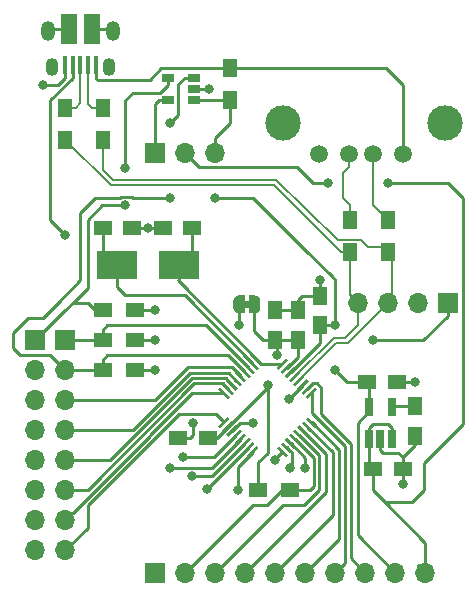
<source format=gtl>
G04 #@! TF.GenerationSoftware,KiCad,Pcbnew,5.1.5*
G04 #@! TF.CreationDate,2020-02-24T18:37:19+03:00*
G04 #@! TF.ProjectId,max3421eboard,6d617833-3432-4316-9562-6f6172642e6b,rev?*
G04 #@! TF.SameCoordinates,PXf42400PY2bde780*
G04 #@! TF.FileFunction,Copper,L1,Top*
G04 #@! TF.FilePolarity,Positive*
%FSLAX46Y46*%
G04 Gerber Fmt 4.6, Leading zero omitted, Abs format (unit mm)*
G04 Created by KiCad (PCBNEW 5.1.5) date 2020-02-24 18:37:19*
%MOMM*%
%LPD*%
G04 APERTURE LIST*
%ADD10C,0.100000*%
%ADD11R,1.250000X1.500000*%
%ADD12R,1.300000X1.500000*%
%ADD13C,1.500000*%
%ADD14C,3.000000*%
%ADD15R,1.500000X1.250000*%
%ADD16R,0.400000X1.650000*%
%ADD17O,1.100000X1.500000*%
%ADD18O,1.200000X1.700000*%
%ADD19R,1.430000X2.500000*%
%ADD20R,1.700000X1.700000*%
%ADD21O,1.700000X1.700000*%
%ADD22R,3.500000X2.400000*%
%ADD23R,0.650000X1.560000*%
%ADD24R,1.500000X1.300000*%
%ADD25R,1.060000X0.650000*%
%ADD26C,0.800000*%
%ADD27C,0.250000*%
%ADD28C,0.200000*%
G04 APERTURE END LIST*
D10*
G36*
X21312000Y-24582000D02*
G01*
X20812000Y-24582000D01*
X20812000Y-25182000D01*
X21312000Y-25182000D01*
X21312000Y-24582000D01*
G37*
D11*
X23475000Y-27910000D03*
X23475000Y-25410000D03*
G04 #@! TA.AperFunction,SMDPad,CuDef*
D10*
G36*
X19441998Y-32901477D02*
G01*
X18633775Y-32093254D01*
X18813380Y-31913649D01*
X19621603Y-32721872D01*
X19441998Y-32901477D01*
G37*
G04 #@! TD.AperFunction*
G04 #@! TA.AperFunction,SMDPad,CuDef*
G36*
X19795552Y-32547924D02*
G01*
X18987329Y-31739701D01*
X19166934Y-31560096D01*
X19975157Y-32368319D01*
X19795552Y-32547924D01*
G37*
G04 #@! TD.AperFunction*
G04 #@! TA.AperFunction,SMDPad,CuDef*
G36*
X20149105Y-32194370D02*
G01*
X19340882Y-31386147D01*
X19520487Y-31206542D01*
X20328710Y-32014765D01*
X20149105Y-32194370D01*
G37*
G04 #@! TD.AperFunction*
G04 #@! TA.AperFunction,SMDPad,CuDef*
G36*
X20502659Y-31840817D02*
G01*
X19694436Y-31032594D01*
X19874041Y-30852989D01*
X20682264Y-31661212D01*
X20502659Y-31840817D01*
G37*
G04 #@! TD.AperFunction*
G04 #@! TA.AperFunction,SMDPad,CuDef*
G36*
X20856212Y-31487264D02*
G01*
X20047989Y-30679041D01*
X20227594Y-30499436D01*
X21035817Y-31307659D01*
X20856212Y-31487264D01*
G37*
G04 #@! TD.AperFunction*
G04 #@! TA.AperFunction,SMDPad,CuDef*
G36*
X21209765Y-31133710D02*
G01*
X20401542Y-30325487D01*
X20581147Y-30145882D01*
X21389370Y-30954105D01*
X21209765Y-31133710D01*
G37*
G04 #@! TD.AperFunction*
G04 #@! TA.AperFunction,SMDPad,CuDef*
G36*
X21563319Y-30780157D02*
G01*
X20755096Y-29971934D01*
X20934701Y-29792329D01*
X21742924Y-30600552D01*
X21563319Y-30780157D01*
G37*
G04 #@! TD.AperFunction*
G04 #@! TA.AperFunction,SMDPad,CuDef*
G36*
X21916872Y-30426603D02*
G01*
X21108649Y-29618380D01*
X21288254Y-29438775D01*
X22096477Y-30246998D01*
X21916872Y-30426603D01*
G37*
G04 #@! TD.AperFunction*
G04 #@! TA.AperFunction,SMDPad,CuDef*
G36*
X23763128Y-30426603D02*
G01*
X23583523Y-30246998D01*
X24391746Y-29438775D01*
X24571351Y-29618380D01*
X23763128Y-30426603D01*
G37*
G04 #@! TD.AperFunction*
G04 #@! TA.AperFunction,SMDPad,CuDef*
G36*
X24116681Y-30780157D02*
G01*
X23937076Y-30600552D01*
X24745299Y-29792329D01*
X24924904Y-29971934D01*
X24116681Y-30780157D01*
G37*
G04 #@! TD.AperFunction*
G04 #@! TA.AperFunction,SMDPad,CuDef*
G36*
X24470235Y-31133710D02*
G01*
X24290630Y-30954105D01*
X25098853Y-30145882D01*
X25278458Y-30325487D01*
X24470235Y-31133710D01*
G37*
G04 #@! TD.AperFunction*
G04 #@! TA.AperFunction,SMDPad,CuDef*
G36*
X24823788Y-31487264D02*
G01*
X24644183Y-31307659D01*
X25452406Y-30499436D01*
X25632011Y-30679041D01*
X24823788Y-31487264D01*
G37*
G04 #@! TD.AperFunction*
G04 #@! TA.AperFunction,SMDPad,CuDef*
G36*
X25177341Y-31840817D02*
G01*
X24997736Y-31661212D01*
X25805959Y-30852989D01*
X25985564Y-31032594D01*
X25177341Y-31840817D01*
G37*
G04 #@! TD.AperFunction*
G04 #@! TA.AperFunction,SMDPad,CuDef*
G36*
X25530895Y-32194370D02*
G01*
X25351290Y-32014765D01*
X26159513Y-31206542D01*
X26339118Y-31386147D01*
X25530895Y-32194370D01*
G37*
G04 #@! TD.AperFunction*
G04 #@! TA.AperFunction,SMDPad,CuDef*
G36*
X25884448Y-32547924D02*
G01*
X25704843Y-32368319D01*
X26513066Y-31560096D01*
X26692671Y-31739701D01*
X25884448Y-32547924D01*
G37*
G04 #@! TD.AperFunction*
G04 #@! TA.AperFunction,SMDPad,CuDef*
G36*
X26238002Y-32901477D02*
G01*
X26058397Y-32721872D01*
X26866620Y-31913649D01*
X27046225Y-32093254D01*
X26238002Y-32901477D01*
G37*
G04 #@! TD.AperFunction*
G04 #@! TA.AperFunction,SMDPad,CuDef*
G36*
X26866620Y-35376351D02*
G01*
X26058397Y-34568128D01*
X26238002Y-34388523D01*
X27046225Y-35196746D01*
X26866620Y-35376351D01*
G37*
G04 #@! TD.AperFunction*
G04 #@! TA.AperFunction,SMDPad,CuDef*
G36*
X26513066Y-35729904D02*
G01*
X25704843Y-34921681D01*
X25884448Y-34742076D01*
X26692671Y-35550299D01*
X26513066Y-35729904D01*
G37*
G04 #@! TD.AperFunction*
G04 #@! TA.AperFunction,SMDPad,CuDef*
G36*
X26159513Y-36083458D02*
G01*
X25351290Y-35275235D01*
X25530895Y-35095630D01*
X26339118Y-35903853D01*
X26159513Y-36083458D01*
G37*
G04 #@! TD.AperFunction*
G04 #@! TA.AperFunction,SMDPad,CuDef*
G36*
X25805959Y-36437011D02*
G01*
X24997736Y-35628788D01*
X25177341Y-35449183D01*
X25985564Y-36257406D01*
X25805959Y-36437011D01*
G37*
G04 #@! TD.AperFunction*
G04 #@! TA.AperFunction,SMDPad,CuDef*
G36*
X25452406Y-36790564D02*
G01*
X24644183Y-35982341D01*
X24823788Y-35802736D01*
X25632011Y-36610959D01*
X25452406Y-36790564D01*
G37*
G04 #@! TD.AperFunction*
G04 #@! TA.AperFunction,SMDPad,CuDef*
G36*
X25098853Y-37144118D02*
G01*
X24290630Y-36335895D01*
X24470235Y-36156290D01*
X25278458Y-36964513D01*
X25098853Y-37144118D01*
G37*
G04 #@! TD.AperFunction*
G04 #@! TA.AperFunction,SMDPad,CuDef*
G36*
X24745299Y-37497671D02*
G01*
X23937076Y-36689448D01*
X24116681Y-36509843D01*
X24924904Y-37318066D01*
X24745299Y-37497671D01*
G37*
G04 #@! TD.AperFunction*
G04 #@! TA.AperFunction,SMDPad,CuDef*
G36*
X24391746Y-37851225D02*
G01*
X23583523Y-37043002D01*
X23763128Y-36863397D01*
X24571351Y-37671620D01*
X24391746Y-37851225D01*
G37*
G04 #@! TD.AperFunction*
G04 #@! TA.AperFunction,SMDPad,CuDef*
G36*
X21288254Y-37851225D02*
G01*
X21108649Y-37671620D01*
X21916872Y-36863397D01*
X22096477Y-37043002D01*
X21288254Y-37851225D01*
G37*
G04 #@! TD.AperFunction*
G04 #@! TA.AperFunction,SMDPad,CuDef*
G36*
X20934701Y-37497671D02*
G01*
X20755096Y-37318066D01*
X21563319Y-36509843D01*
X21742924Y-36689448D01*
X20934701Y-37497671D01*
G37*
G04 #@! TD.AperFunction*
G04 #@! TA.AperFunction,SMDPad,CuDef*
G36*
X20581147Y-37144118D02*
G01*
X20401542Y-36964513D01*
X21209765Y-36156290D01*
X21389370Y-36335895D01*
X20581147Y-37144118D01*
G37*
G04 #@! TD.AperFunction*
G04 #@! TA.AperFunction,SMDPad,CuDef*
G36*
X20227594Y-36790564D02*
G01*
X20047989Y-36610959D01*
X20856212Y-35802736D01*
X21035817Y-35982341D01*
X20227594Y-36790564D01*
G37*
G04 #@! TD.AperFunction*
G04 #@! TA.AperFunction,SMDPad,CuDef*
G36*
X19874041Y-36437011D02*
G01*
X19694436Y-36257406D01*
X20502659Y-35449183D01*
X20682264Y-35628788D01*
X19874041Y-36437011D01*
G37*
G04 #@! TD.AperFunction*
G04 #@! TA.AperFunction,SMDPad,CuDef*
G36*
X19520487Y-36083458D02*
G01*
X19340882Y-35903853D01*
X20149105Y-35095630D01*
X20328710Y-35275235D01*
X19520487Y-36083458D01*
G37*
G04 #@! TD.AperFunction*
G04 #@! TA.AperFunction,SMDPad,CuDef*
G36*
X19166934Y-35729904D02*
G01*
X18987329Y-35550299D01*
X19795552Y-34742076D01*
X19975157Y-34921681D01*
X19166934Y-35729904D01*
G37*
G04 #@! TD.AperFunction*
G04 #@! TA.AperFunction,SMDPad,CuDef*
G36*
X18813380Y-35376351D02*
G01*
X18633775Y-35196746D01*
X19441998Y-34388523D01*
X19621603Y-34568128D01*
X18813380Y-35376351D01*
G37*
G04 #@! TD.AperFunction*
D12*
X19665000Y-7610000D03*
X19665000Y-4910000D03*
D13*
X27160000Y-12185000D03*
X29700000Y-12185000D03*
X31730000Y-12185000D03*
X34270000Y-12185000D03*
D14*
X24110000Y-9515000D03*
X37830000Y-9515000D03*
D11*
X25380000Y-27910000D03*
X25380000Y-25410000D03*
D15*
X31750000Y-38852000D03*
X34250000Y-38852000D03*
D11*
X27285000Y-26660000D03*
X27285000Y-24160000D03*
D16*
X8265000Y-4665000D03*
X7615000Y-4665000D03*
X6965000Y-4665000D03*
X6315000Y-4665000D03*
X5665000Y-4665000D03*
D17*
X9385000Y-4785000D03*
X4545000Y-4785000D03*
D18*
X9695000Y-1785000D03*
X4235000Y-1785000D03*
D19*
X7925000Y-1545000D03*
X6005000Y-1545000D03*
D20*
X38080000Y-24755000D03*
D21*
X35540000Y-24755000D03*
X33000000Y-24755000D03*
X30460000Y-24755000D03*
D12*
X29825000Y-17770000D03*
X29825000Y-20470000D03*
D22*
X15280000Y-21580000D03*
X10080000Y-21580000D03*
D12*
X33000000Y-17770000D03*
X33000000Y-20470000D03*
D20*
X5695000Y-27930000D03*
D21*
X5695000Y-30470000D03*
X5695000Y-33010000D03*
X5695000Y-35550000D03*
X5695000Y-38090000D03*
X5695000Y-40630000D03*
X5695000Y-43170000D03*
X5695000Y-45710000D03*
D23*
X31415000Y-36265000D03*
X32365000Y-36265000D03*
X33315000Y-36265000D03*
X33315000Y-33565000D03*
X31415000Y-33565000D03*
D24*
X11570000Y-30470000D03*
X8870000Y-30470000D03*
X8870000Y-25390000D03*
X11570000Y-25390000D03*
X24745000Y-40630000D03*
X22045000Y-40630000D03*
X11570000Y-27930000D03*
X8870000Y-27930000D03*
D12*
X8870000Y-8245000D03*
X8870000Y-10945000D03*
X5695000Y-8245000D03*
X5695000Y-10945000D03*
G04 #@! TA.AperFunction,SMDPad,CuDef*
D10*
G36*
X20912000Y-25632000D02*
G01*
X20412000Y-25632000D01*
X20412000Y-25631398D01*
X20387466Y-25631398D01*
X20338635Y-25626588D01*
X20290510Y-25617016D01*
X20243555Y-25602772D01*
X20198222Y-25583995D01*
X20154949Y-25560864D01*
X20114150Y-25533604D01*
X20076221Y-25502476D01*
X20041524Y-25467779D01*
X20010396Y-25429850D01*
X19983136Y-25389051D01*
X19960005Y-25345778D01*
X19941228Y-25300445D01*
X19926984Y-25253490D01*
X19917412Y-25205365D01*
X19912602Y-25156534D01*
X19912602Y-25132000D01*
X19912000Y-25132000D01*
X19912000Y-24632000D01*
X19912602Y-24632000D01*
X19912602Y-24607466D01*
X19917412Y-24558635D01*
X19926984Y-24510510D01*
X19941228Y-24463555D01*
X19960005Y-24418222D01*
X19983136Y-24374949D01*
X20010396Y-24334150D01*
X20041524Y-24296221D01*
X20076221Y-24261524D01*
X20114150Y-24230396D01*
X20154949Y-24203136D01*
X20198222Y-24180005D01*
X20243555Y-24161228D01*
X20290510Y-24146984D01*
X20338635Y-24137412D01*
X20387466Y-24132602D01*
X20412000Y-24132602D01*
X20412000Y-24132000D01*
X20912000Y-24132000D01*
X20912000Y-25632000D01*
G37*
G04 #@! TD.AperFunction*
G04 #@! TA.AperFunction,SMDPad,CuDef*
G36*
X21712000Y-24132602D02*
G01*
X21736534Y-24132602D01*
X21785365Y-24137412D01*
X21833490Y-24146984D01*
X21880445Y-24161228D01*
X21925778Y-24180005D01*
X21969051Y-24203136D01*
X22009850Y-24230396D01*
X22047779Y-24261524D01*
X22082476Y-24296221D01*
X22113604Y-24334150D01*
X22140864Y-24374949D01*
X22163995Y-24418222D01*
X22182772Y-24463555D01*
X22197016Y-24510510D01*
X22206588Y-24558635D01*
X22211398Y-24607466D01*
X22211398Y-24632000D01*
X22212000Y-24632000D01*
X22212000Y-25132000D01*
X22211398Y-25132000D01*
X22211398Y-25156534D01*
X22206588Y-25205365D01*
X22197016Y-25253490D01*
X22182772Y-25300445D01*
X22163995Y-25345778D01*
X22140864Y-25389051D01*
X22113604Y-25429850D01*
X22082476Y-25467779D01*
X22047779Y-25502476D01*
X22009850Y-25533604D01*
X21969051Y-25560864D01*
X21925778Y-25583995D01*
X21880445Y-25602772D01*
X21833490Y-25617016D01*
X21785365Y-25626588D01*
X21736534Y-25631398D01*
X21712000Y-25631398D01*
X21712000Y-25632000D01*
X21212000Y-25632000D01*
X21212000Y-24132000D01*
X21712000Y-24132000D01*
X21712000Y-24132602D01*
G37*
G04 #@! TD.AperFunction*
D15*
X17760000Y-36185000D03*
X15260000Y-36185000D03*
X31242000Y-31486000D03*
X33742000Y-31486000D03*
D11*
X35286000Y-33538000D03*
X35286000Y-36038000D03*
D15*
X16450000Y-18405000D03*
X13950000Y-18405000D03*
X11370000Y-18405000D03*
X8870000Y-18405000D03*
D20*
X13315000Y-12055000D03*
D21*
X15855000Y-12055000D03*
X18395000Y-12055000D03*
D25*
X16617000Y-7610000D03*
X16617000Y-6660000D03*
X16617000Y-5710000D03*
X14417000Y-5710000D03*
X14417000Y-7610000D03*
D20*
X13315000Y-47615000D03*
D21*
X15855000Y-47615000D03*
X18395000Y-47615000D03*
X20935000Y-47615000D03*
X23475000Y-47615000D03*
X26015000Y-47615000D03*
X28555000Y-47615000D03*
X31095000Y-47615000D03*
X33635000Y-47615000D03*
X36175000Y-47615000D03*
D20*
X3155000Y-27930000D03*
D21*
X3155000Y-30470000D03*
X3155000Y-33010000D03*
X3155000Y-35550000D03*
X3155000Y-38090000D03*
X3155000Y-40630000D03*
X3155000Y-43170000D03*
X3155000Y-45710000D03*
D26*
X12680000Y-18405000D03*
X3790000Y-6340000D03*
X27285000Y-22850000D03*
X17887000Y-6657500D03*
X24640330Y-32905330D03*
X21570000Y-34915000D03*
X16490000Y-34915000D03*
X35286000Y-31486000D03*
X34270000Y-40122000D03*
X33000000Y-14595000D03*
X27920000Y-14595000D03*
X28555000Y-30470000D03*
X23602000Y-29200000D03*
X26015000Y-38725000D03*
X24745000Y-38725000D03*
X23475000Y-38090000D03*
X20300000Y-40630000D03*
X17691384Y-40561384D03*
X16399999Y-39450001D03*
X14585000Y-38725000D03*
X5695000Y-19040000D03*
X14585000Y-15865000D03*
X14585000Y-9515000D03*
X14585000Y-15865000D03*
X10775000Y-13325000D03*
X15620001Y-37855001D03*
X10775000Y-16500000D03*
X13315000Y-30470000D03*
X13315000Y-27930000D03*
X13315000Y-25390000D03*
X22840000Y-31740000D03*
X20427000Y-26660000D03*
X18395000Y-15865000D03*
X31730000Y-27930000D03*
X28555000Y-26660000D03*
D27*
X5665000Y-4515000D02*
X5665000Y-4465000D01*
X5665000Y-4465000D02*
X5615000Y-4515000D01*
X11370000Y-18405000D02*
X12680000Y-18405000D01*
X12680000Y-18405000D02*
X13950000Y-18405000D01*
X12680000Y-18405000D02*
X12680000Y-18278000D01*
X8165000Y-1785000D02*
X7925000Y-1545000D01*
X5980000Y-1545000D02*
X5740000Y-1785000D01*
X6005000Y-1545000D02*
X5980000Y-1545000D01*
X5665000Y-1885000D02*
X6005000Y-1545000D01*
X5665000Y-4665000D02*
X5695000Y-4435000D01*
X5665000Y-4465000D02*
X5695000Y-4435000D01*
X5665000Y-4665000D02*
X5665000Y-4465000D01*
X4475000Y-1545000D02*
X4235000Y-1785000D01*
X6005000Y-1545000D02*
X4475000Y-1545000D01*
X9455000Y-1545000D02*
X9695000Y-1785000D01*
X7925000Y-1545000D02*
X9455000Y-1545000D01*
X5060000Y-6340000D02*
X3790000Y-6340000D01*
X5665000Y-4665000D02*
X5665000Y-5735000D01*
X5665000Y-5735000D02*
X5060000Y-6340000D01*
X27285000Y-24080000D02*
X27285000Y-23955000D01*
X27285000Y-24080000D02*
X27285000Y-24120000D01*
X27265000Y-23485000D02*
X27285000Y-23505000D01*
X17884500Y-6660000D02*
X17887000Y-6657500D01*
X16617000Y-6660000D02*
X17884500Y-6660000D01*
X27285000Y-22850000D02*
X27285000Y-24160000D01*
X24640330Y-32905330D02*
X25845204Y-31700456D01*
X16260000Y-36185000D02*
X16490000Y-35955000D01*
X15260000Y-36185000D02*
X16260000Y-36185000D01*
X16490000Y-35955000D02*
X16490000Y-34915000D01*
X34250000Y-37856000D02*
X34250000Y-38852000D01*
X35286000Y-36038000D02*
X35286000Y-36820000D01*
X35286000Y-36820000D02*
X34250000Y-37856000D01*
X33742000Y-31486000D02*
X35286000Y-31486000D01*
X25380000Y-25410000D02*
X23475000Y-25410000D01*
X25380000Y-25410000D02*
X25380000Y-24501000D01*
X25721000Y-24160000D02*
X27285000Y-24160000D01*
X25380000Y-24501000D02*
X25721000Y-24160000D01*
X34270000Y-40122000D02*
X34250000Y-40102000D01*
X34250000Y-40102000D02*
X34250000Y-38852000D01*
X32619000Y-37455000D02*
X32365000Y-37201000D01*
X33889000Y-37455000D02*
X32619000Y-37455000D01*
X32365000Y-37201000D02*
X32365000Y-36265000D01*
X34250000Y-37856000D02*
X34250000Y-37816000D01*
X34250000Y-37816000D02*
X33889000Y-37455000D01*
X20509340Y-34915000D02*
X21570000Y-34915000D01*
X19834796Y-35589544D02*
X20509340Y-34915000D01*
X33342000Y-33538000D02*
X33315000Y-33565000D01*
X35286000Y-33538000D02*
X33342000Y-33538000D01*
X33000000Y-14595000D02*
X33000000Y-14595000D01*
X26650000Y-14595000D02*
X27920000Y-14595000D01*
X25285001Y-13230001D02*
X26650000Y-14595000D01*
X15855000Y-12055000D02*
X17030001Y-13230001D01*
X17030001Y-13230001D02*
X25285001Y-13230001D01*
X35540000Y-46980000D02*
X36175000Y-47615000D01*
X36175000Y-46412919D02*
X36175000Y-47615000D01*
X31415000Y-38517000D02*
X31750000Y-38852000D01*
X31415000Y-36265000D02*
X31415000Y-38517000D01*
X31415000Y-36265000D02*
X31415000Y-35357000D01*
X31415000Y-35357000D02*
X31730000Y-35042000D01*
X31730000Y-35042000D02*
X33000000Y-35042000D01*
X33315000Y-35357000D02*
X33315000Y-36265000D01*
X33000000Y-35042000D02*
X33315000Y-35357000D01*
X36175000Y-45075000D02*
X36175000Y-46412919D01*
X31750000Y-38852000D02*
X31750000Y-40650000D01*
X31750000Y-40650000D02*
X32746000Y-41646000D01*
X32746000Y-41646000D02*
X36175000Y-45075000D01*
X36048000Y-40630000D02*
X35032000Y-41646000D01*
X38080000Y-14595000D02*
X39350000Y-15865000D01*
X33000000Y-14595000D02*
X38080000Y-14595000D01*
X39350000Y-35042000D02*
X36048000Y-38344000D01*
X35032000Y-41646000D02*
X32746000Y-41646000D01*
X39350000Y-15865000D02*
X39350000Y-35042000D01*
X36048000Y-38344000D02*
X36048000Y-40630000D01*
D28*
X31730000Y-16500000D02*
X33000000Y-17770000D01*
X31730000Y-12185000D02*
X31730000Y-16500000D01*
D27*
X29700000Y-17645000D02*
X29825000Y-17770000D01*
D28*
X29700000Y-13245660D02*
X29190000Y-13755660D01*
X29190000Y-15865000D02*
X29825000Y-16500000D01*
X29825000Y-16500000D02*
X29825000Y-17770000D01*
X29190000Y-13755660D02*
X29190000Y-15865000D01*
X29700000Y-12185000D02*
X29700000Y-13245660D01*
X6595000Y-8245000D02*
X5695000Y-8245000D01*
X6965000Y-7875000D02*
X6595000Y-8245000D01*
X6965000Y-4515000D02*
X6965000Y-7875000D01*
X7970000Y-8245000D02*
X8870000Y-8245000D01*
X7615000Y-7890000D02*
X7970000Y-8245000D01*
X7615000Y-4515000D02*
X7615000Y-7890000D01*
D27*
X25380000Y-29337233D02*
X24430990Y-30286243D01*
X25380000Y-28565000D02*
X25380000Y-29337233D01*
X28555000Y-30470000D02*
X28555000Y-30470000D01*
X30460000Y-44440000D02*
X33635000Y-47615000D01*
X30460000Y-34915000D02*
X30460000Y-44440000D01*
X31415000Y-33565000D02*
X31415000Y-33960000D01*
X31415000Y-33960000D02*
X30460000Y-34915000D01*
X31415000Y-31659000D02*
X31242000Y-31486000D01*
X31415000Y-33565000D02*
X31415000Y-31659000D01*
X29571000Y-31486000D02*
X28555000Y-30470000D01*
X31242000Y-31486000D02*
X29571000Y-31486000D01*
X25380000Y-27910000D02*
X23475000Y-27910000D01*
X23475000Y-27910000D02*
X23475000Y-27930000D01*
X23602000Y-28057000D02*
X23602000Y-29200000D01*
X23475000Y-27930000D02*
X23602000Y-28057000D01*
X22439000Y-27910000D02*
X23475000Y-27910000D01*
X21712000Y-24882000D02*
X21712000Y-27183000D01*
X21712000Y-27183000D02*
X22439000Y-27910000D01*
X29855008Y-46375008D02*
X31095000Y-47615000D01*
X26664128Y-31588639D02*
X27001245Y-31588639D01*
X27371235Y-31958629D02*
X27371235Y-34193765D01*
X26198757Y-32054010D02*
X26664128Y-31588639D01*
X29855008Y-36677538D02*
X29855008Y-46375008D01*
X27001245Y-31588639D02*
X27371235Y-31958629D01*
X27371235Y-34193765D02*
X29855008Y-36677538D01*
X29404999Y-46765001D02*
X28555000Y-47615000D01*
X29404999Y-36919110D02*
X29404999Y-46765001D01*
X26552311Y-34066422D02*
X29404999Y-36919110D01*
X26552311Y-32407563D02*
X26552311Y-34066422D01*
X28900000Y-44730000D02*
X26864999Y-46765001D01*
X26864999Y-46765001D02*
X26015000Y-47615000D01*
X26552311Y-34882437D02*
X28900000Y-37230126D01*
X28900000Y-37230126D02*
X28900000Y-44730000D01*
X24324999Y-46765001D02*
X23475000Y-47615000D01*
X26198757Y-35235990D02*
X28370026Y-37407259D01*
X28370026Y-42719974D02*
X24324999Y-46765001D01*
X28370026Y-37407259D02*
X28370026Y-42719974D01*
X21784999Y-46765001D02*
X20935000Y-47615000D01*
X21787819Y-46765001D02*
X21784999Y-46765001D01*
X27800000Y-40752820D02*
X21787819Y-46765001D01*
X25845204Y-35589544D02*
X27800000Y-37544340D01*
X27800000Y-37544340D02*
X27800000Y-40752820D01*
X24110000Y-41900000D02*
X18395000Y-47615000D01*
X25900000Y-41900000D02*
X24110000Y-41900000D01*
X27190011Y-40609989D02*
X25900000Y-41900000D01*
X25491650Y-35943097D02*
X27190011Y-37641458D01*
X27190011Y-37641458D02*
X27190011Y-40609989D01*
X19787165Y-30238612D02*
X16064336Y-30238612D01*
X20541903Y-30993350D02*
X19787165Y-30238612D01*
X13292948Y-33010000D02*
X5695000Y-33010000D01*
X16064336Y-30238612D02*
X13292948Y-33010000D01*
X19530068Y-30688621D02*
X16250737Y-30688621D01*
X20188350Y-31346903D02*
X19530068Y-30688621D01*
X11389358Y-35550000D02*
X5695000Y-35550000D01*
X16250737Y-30688621D02*
X11389358Y-35550000D01*
X19272970Y-31138630D02*
X16437138Y-31138630D01*
X19834796Y-31700456D02*
X19272970Y-31138630D01*
X9485768Y-38090000D02*
X5695000Y-38090000D01*
X16437138Y-31138630D02*
X9485768Y-38090000D01*
X5695000Y-40630000D02*
X6897081Y-40630000D01*
X7600000Y-40630000D02*
X5695000Y-40630000D01*
X19481243Y-32054010D02*
X19015872Y-31588639D01*
X16623539Y-31588639D02*
X7582178Y-40630000D01*
X19015872Y-31588639D02*
X16623539Y-31588639D01*
X7582178Y-40630000D02*
X6965000Y-40630000D01*
X6330000Y-43170000D02*
X5695000Y-43170000D01*
X12864991Y-35983597D02*
X14568588Y-34280000D01*
X19127689Y-32407563D02*
X16441025Y-32407563D01*
X16441025Y-32407563D02*
X14259294Y-34589294D01*
X12864991Y-36001419D02*
X6331410Y-42535000D01*
X12864991Y-35983597D02*
X12864991Y-36001419D01*
X6330000Y-42535000D02*
X5695000Y-43170000D01*
X6331410Y-42535000D02*
X6330000Y-42535000D01*
X15294999Y-34189999D02*
X13315000Y-36169998D01*
X18435251Y-34189999D02*
X15294999Y-34189999D01*
X19127689Y-34882437D02*
X18435251Y-34189999D01*
X7600000Y-43805000D02*
X5695000Y-45710000D01*
X7600000Y-42535000D02*
X7600000Y-43805000D01*
X13315000Y-36169998D02*
X13315000Y-36187820D01*
X13315000Y-36187820D02*
X7600000Y-41902820D01*
X7600000Y-41902820D02*
X7600000Y-42535000D01*
X26015000Y-37880660D02*
X26015000Y-38725000D01*
X24784544Y-36650204D02*
X26015000Y-37880660D01*
X24896361Y-37469128D02*
X24896361Y-38573639D01*
X24430990Y-37003757D02*
X24896361Y-37469128D01*
X24896361Y-38573639D02*
X24745000Y-38725000D01*
X24745000Y-38725000D02*
X24745000Y-38725000D01*
X24745000Y-38725000D02*
X24745000Y-38725000D01*
X24077437Y-37357311D02*
X23475000Y-37959748D01*
X23475000Y-37959748D02*
X23475000Y-38090000D01*
X23475000Y-38090000D02*
X23475000Y-38090000D01*
X23475000Y-38090000D02*
X23475000Y-38090000D01*
X20300000Y-40630000D02*
X20300000Y-40630000D01*
X20300000Y-38659874D02*
X20300000Y-40630000D01*
X21602563Y-37357311D02*
X20300000Y-38659874D01*
X21249010Y-37003757D02*
X17691384Y-40561384D01*
X17691384Y-40561384D02*
X17622767Y-40630000D01*
X18095659Y-39450001D02*
X16399999Y-39450001D01*
X20895456Y-36650204D02*
X18095659Y-39450001D01*
X20541903Y-36296650D02*
X18113553Y-38725000D01*
X18113553Y-38725000D02*
X14585000Y-38725000D01*
X14585000Y-38725000D02*
X14585000Y-38725000D01*
X8870000Y-27930000D02*
X5695000Y-27930000D01*
X6315000Y-4515000D02*
X6315000Y-5440000D01*
X8870000Y-27030000D02*
X8870000Y-27930000D01*
X9240000Y-26660000D02*
X8870000Y-27030000D01*
X17622768Y-26660000D02*
X9240000Y-26660000D01*
X21249010Y-30286243D02*
X17622768Y-26660000D01*
X6315000Y-4665000D02*
X6315000Y-5740000D01*
X5695000Y-19040000D02*
X4425000Y-17770000D01*
X4435000Y-17760000D02*
X4435000Y-7620000D01*
X4425000Y-17770000D02*
X4435000Y-17760000D01*
X6315000Y-5740000D02*
X4435000Y-7620000D01*
X8870000Y-30470000D02*
X5695000Y-30470000D01*
X8870000Y-29570000D02*
X8870000Y-30470000D01*
X14585000Y-15865000D02*
X14585000Y-15865000D01*
X15272001Y-6274999D02*
X15272001Y-8827999D01*
X16617000Y-5710000D02*
X15837000Y-5710000D01*
X15837000Y-5710000D02*
X15272001Y-6274999D01*
X15272001Y-8827999D02*
X14585000Y-9515000D01*
X14585000Y-9515000D02*
X14585000Y-9515000D01*
X14585000Y-15865000D02*
X14585000Y-15865000D01*
X4425000Y-29200000D02*
X1885000Y-29200000D01*
X5695000Y-30470000D02*
X4425000Y-29200000D01*
X1885000Y-29200000D02*
X1250000Y-28565000D01*
X1250000Y-28565000D02*
X1250000Y-27295000D01*
X1250000Y-27295000D02*
X2520000Y-26025000D01*
X2520000Y-26025000D02*
X3790000Y-26025000D01*
X3790000Y-26025000D02*
X5060000Y-24755000D01*
X5060000Y-24755000D02*
X6965000Y-22850000D01*
X11319999Y-15774999D02*
X11410000Y-15865000D01*
X6965000Y-17135000D02*
X8235000Y-15865000D01*
X11410000Y-15865000D02*
X14585000Y-15865000D01*
X6965000Y-22850000D02*
X6965000Y-17135000D01*
X8235000Y-15865000D02*
X10336998Y-15865000D01*
X10336998Y-15865000D02*
X10426999Y-15774999D01*
X10426999Y-15774999D02*
X11319999Y-15774999D01*
X8870000Y-29570000D02*
X9240000Y-29200000D01*
X19455660Y-29200000D02*
X20895456Y-30639796D01*
X9240000Y-29200000D02*
X19455660Y-29200000D01*
X14417000Y-6285000D02*
X13727000Y-6975000D01*
X14417000Y-5710000D02*
X14417000Y-6285000D01*
X13727000Y-6975000D02*
X11410000Y-6975000D01*
X11410000Y-6975000D02*
X10775000Y-7610000D01*
X10775000Y-7610000D02*
X10775000Y-13325000D01*
X10775000Y-13325000D02*
X10775000Y-13325000D01*
X20188350Y-35943097D02*
X19722979Y-36408468D01*
X18276446Y-37855001D02*
X15620001Y-37855001D01*
X20188350Y-35943097D02*
X18276446Y-37855001D01*
X15620001Y-37855001D02*
X15620001Y-37855001D01*
X8814998Y-16500000D02*
X10775000Y-16500000D01*
X7600000Y-17714998D02*
X8814998Y-16500000D01*
X7600000Y-24755000D02*
X8235000Y-25390000D01*
X3155000Y-27930000D02*
X5695000Y-25390000D01*
X7600000Y-23485000D02*
X7600000Y-17714998D01*
X7600000Y-24755000D02*
X6330000Y-24755000D01*
X5695000Y-25390000D02*
X6330000Y-24755000D01*
X6330000Y-24755000D02*
X7600000Y-23485000D01*
X11570000Y-27930000D02*
X12045000Y-27930000D01*
X12045000Y-27930000D02*
X13315000Y-27930000D01*
X13315000Y-27930000D02*
X13315000Y-27930000D01*
X11570000Y-25390000D02*
X13315000Y-25390000D01*
X19481123Y-35235990D02*
X19480146Y-35235013D01*
X19481243Y-35235990D02*
X19481123Y-35235990D01*
X19481243Y-35235990D02*
X21321117Y-33396117D01*
X21321117Y-33396117D02*
X22840000Y-31877233D01*
X19481243Y-35235990D02*
X19946613Y-34770620D01*
X22840000Y-31877233D02*
X22840000Y-31877233D01*
X22840000Y-37455000D02*
X22840000Y-31740000D01*
X22045000Y-40630000D02*
X22045000Y-38250000D01*
X22045000Y-38250000D02*
X22840000Y-37455000D01*
X18532233Y-36185000D02*
X17760000Y-36185000D01*
X19481243Y-35235990D02*
X18532233Y-36185000D01*
X11570000Y-30470000D02*
X13315000Y-30470000D01*
X20412000Y-24882000D02*
X20412000Y-26645000D01*
X20412000Y-26645000D02*
X20427000Y-26660000D01*
D28*
X29825000Y-20470000D02*
X29825000Y-24120000D01*
D27*
X29825000Y-24120000D02*
X30460000Y-24755000D01*
D28*
X9570000Y-14820000D02*
X23381800Y-14820000D01*
X5695000Y-10945000D02*
X9570000Y-14820000D01*
X29031800Y-20470000D02*
X29375000Y-20470000D01*
X23381800Y-14820000D02*
X29031800Y-20470000D01*
X29375000Y-20470000D02*
X29825000Y-20470000D01*
X25173451Y-30993350D02*
X25138097Y-30993350D01*
X30460000Y-26658603D02*
X29413603Y-27705000D01*
X30460000Y-24755000D02*
X30460000Y-26658603D01*
X29413603Y-27705000D02*
X28461801Y-27705000D01*
X28461801Y-27705000D02*
X25173451Y-30993350D01*
D27*
X8870000Y-10945000D02*
X8870000Y-10785000D01*
D28*
X33381000Y-20470000D02*
X32931000Y-20020000D01*
D27*
X33381000Y-24374000D02*
X33000000Y-24755000D01*
D28*
X33381000Y-20470000D02*
X33381000Y-24374000D01*
X28648199Y-28155000D02*
X25491650Y-31311549D01*
X25491650Y-31311549D02*
X25491650Y-31346903D01*
X33000000Y-24755000D02*
X29600000Y-28155000D01*
X29600000Y-28155000D02*
X28648199Y-28155000D01*
X32550000Y-20020000D02*
X33000000Y-20470000D01*
X31315002Y-20020000D02*
X32550000Y-20020000D01*
X30715001Y-19419999D02*
X31315002Y-20020000D01*
X8870000Y-13483603D02*
X9756397Y-14370000D01*
X8870000Y-10945000D02*
X8870000Y-13483603D01*
X28934999Y-19419999D02*
X30715001Y-19419999D01*
X9756397Y-14370000D02*
X23568200Y-14370000D01*
X23568200Y-14370000D02*
X28809000Y-19421000D01*
X28809000Y-19421000D02*
X28933998Y-19421000D01*
D27*
X10775000Y-20885000D02*
X10080000Y-21580000D01*
X8870000Y-20370000D02*
X10080000Y-21580000D01*
X8870000Y-18405000D02*
X8870000Y-20370000D01*
X10080000Y-21580000D02*
X10080000Y-23425000D01*
X10080000Y-23425000D02*
X10775000Y-24120000D01*
X15789874Y-24120000D02*
X21602563Y-29932689D01*
X10775000Y-24120000D02*
X15789874Y-24120000D01*
X15220000Y-21520000D02*
X15280000Y-21580000D01*
X14585000Y-20885000D02*
X15280000Y-21580000D01*
X16450000Y-20410000D02*
X15280000Y-21580000D01*
X16450000Y-18405000D02*
X16450000Y-20410000D01*
X15830000Y-21580000D02*
X15280000Y-21580000D01*
X15280000Y-22790000D02*
X15280000Y-21580000D01*
X15220000Y-22850000D02*
X15280000Y-22790000D01*
X24077437Y-29932689D02*
X22302689Y-29932689D01*
X22302689Y-29932689D02*
X15220000Y-22850000D01*
X24784544Y-30639796D02*
X27285000Y-28139340D01*
X21570000Y-15865000D02*
X21570000Y-15865000D01*
X16617000Y-7610000D02*
X19665000Y-7610000D01*
X18395000Y-12055000D02*
X18395000Y-10785000D01*
X19665000Y-9515000D02*
X19665000Y-7610000D01*
X18395000Y-10785000D02*
X19665000Y-9515000D01*
X27285000Y-28139340D02*
X27285000Y-26660000D01*
X38080000Y-25855000D02*
X38080000Y-24755000D01*
X31730000Y-27930000D02*
X36005000Y-27930000D01*
X36005000Y-27930000D02*
X38080000Y-25855000D01*
X28555000Y-26660000D02*
X27285000Y-26660000D01*
X21570000Y-15865000D02*
X18395000Y-15865000D01*
X22875002Y-17135000D02*
X22840000Y-17135000D01*
X22840000Y-17135000D02*
X21570000Y-15865000D01*
X28555000Y-26660000D02*
X28555000Y-22814998D01*
X28555000Y-22814998D02*
X28235001Y-22494999D01*
X26015000Y-20310000D02*
X22875002Y-17135000D01*
X28235001Y-22494999D02*
X26015000Y-20310000D01*
X22740000Y-41900000D02*
X21570000Y-41900000D01*
X21570000Y-41900000D02*
X15855000Y-47615000D01*
X26740001Y-37898554D02*
X26740001Y-40259999D01*
X25138097Y-36296650D02*
X26740001Y-37898554D01*
X24010000Y-40630000D02*
X22740000Y-41900000D01*
X26740001Y-40259999D02*
X26370000Y-40630000D01*
X26370000Y-40630000D02*
X24010000Y-40630000D01*
X8265000Y-4515000D02*
X8265000Y-4990000D01*
X18765000Y-4910000D02*
X19665000Y-4910000D01*
X13776998Y-4910000D02*
X18765000Y-4910000D01*
X12826988Y-5860010D02*
X13776998Y-4910000D01*
X8385010Y-5860010D02*
X12826988Y-5860010D01*
X8265000Y-5740000D02*
X8385010Y-5860010D01*
X8265000Y-4665000D02*
X8265000Y-5740000D01*
X19665000Y-4910000D02*
X32840000Y-4910000D01*
X34270000Y-6340000D02*
X34270000Y-12185000D01*
X32840000Y-4910000D02*
X34270000Y-6340000D01*
X13637000Y-7610000D02*
X14417000Y-7610000D01*
X13315000Y-7932000D02*
X13637000Y-7610000D01*
X13315000Y-12055000D02*
X13315000Y-7932000D01*
M02*

</source>
